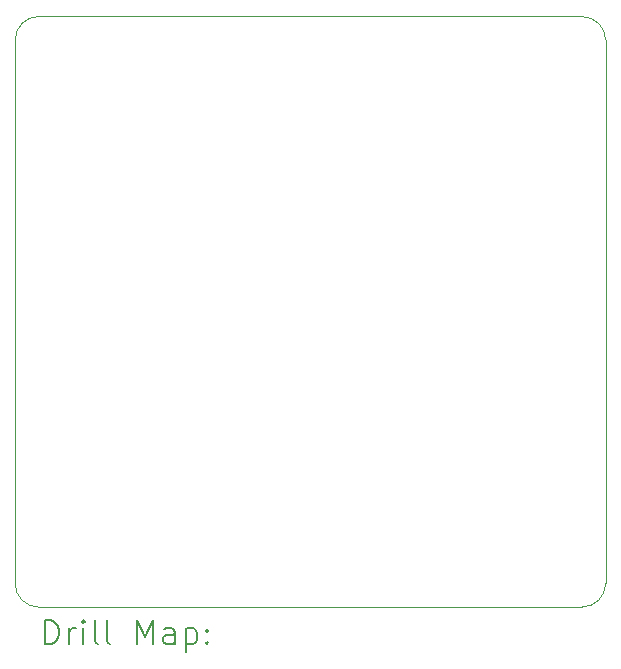
<source format=gbr>
%FSLAX45Y45*%
G04 Gerber Fmt 4.5, Leading zero omitted, Abs format (unit mm)*
G04 Created by KiCad (PCBNEW (6.0.0-0)) date 2022-07-24 14:36:45*
%MOMM*%
%LPD*%
G01*
G04 APERTURE LIST*
%TA.AperFunction,Profile*%
%ADD10C,0.050000*%
%TD*%
%ADD11C,0.200000*%
G04 APERTURE END LIST*
D10*
X-5000000Y-4800000D02*
G75*
G03*
X-4800000Y-5000000I200000J0D01*
G01*
X-200000Y-5000000D02*
G75*
G03*
X0Y-4800000I0J200000D01*
G01*
X-4800000Y0D02*
G75*
G03*
X-5000000Y-200000I0J-200000D01*
G01*
X0Y-200000D02*
G75*
G03*
X-200000Y0I-200000J0D01*
G01*
X-4800000Y-5000000D02*
X-200000Y-5000000D01*
X0Y-4800000D02*
X0Y-200000D01*
X-200000Y0D02*
X-4800000Y0D01*
X-5000000Y-200000D02*
X-5000000Y-4800000D01*
D11*
X-4744881Y-5312976D02*
X-4744881Y-5112976D01*
X-4697262Y-5112976D01*
X-4668690Y-5122500D01*
X-4649643Y-5141548D01*
X-4640119Y-5160595D01*
X-4630595Y-5198690D01*
X-4630595Y-5227262D01*
X-4640119Y-5265357D01*
X-4649643Y-5284405D01*
X-4668690Y-5303452D01*
X-4697262Y-5312976D01*
X-4744881Y-5312976D01*
X-4544881Y-5312976D02*
X-4544881Y-5179643D01*
X-4544881Y-5217738D02*
X-4535357Y-5198690D01*
X-4525833Y-5189167D01*
X-4506786Y-5179643D01*
X-4487738Y-5179643D01*
X-4421071Y-5312976D02*
X-4421071Y-5179643D01*
X-4421071Y-5112976D02*
X-4430595Y-5122500D01*
X-4421071Y-5132024D01*
X-4411548Y-5122500D01*
X-4421071Y-5112976D01*
X-4421071Y-5132024D01*
X-4297262Y-5312976D02*
X-4316310Y-5303452D01*
X-4325833Y-5284405D01*
X-4325833Y-5112976D01*
X-4192500Y-5312976D02*
X-4211548Y-5303452D01*
X-4221071Y-5284405D01*
X-4221071Y-5112976D01*
X-3963928Y-5312976D02*
X-3963928Y-5112976D01*
X-3897262Y-5255833D01*
X-3830595Y-5112976D01*
X-3830595Y-5312976D01*
X-3649643Y-5312976D02*
X-3649643Y-5208214D01*
X-3659167Y-5189167D01*
X-3678214Y-5179643D01*
X-3716309Y-5179643D01*
X-3735357Y-5189167D01*
X-3649643Y-5303452D02*
X-3668690Y-5312976D01*
X-3716309Y-5312976D01*
X-3735357Y-5303452D01*
X-3744881Y-5284405D01*
X-3744881Y-5265357D01*
X-3735357Y-5246310D01*
X-3716309Y-5236786D01*
X-3668690Y-5236786D01*
X-3649643Y-5227262D01*
X-3554405Y-5179643D02*
X-3554405Y-5379643D01*
X-3554405Y-5189167D02*
X-3535357Y-5179643D01*
X-3497262Y-5179643D01*
X-3478214Y-5189167D01*
X-3468690Y-5198690D01*
X-3459167Y-5217738D01*
X-3459167Y-5274881D01*
X-3468690Y-5293929D01*
X-3478214Y-5303452D01*
X-3497262Y-5312976D01*
X-3535357Y-5312976D01*
X-3554405Y-5303452D01*
X-3373452Y-5293929D02*
X-3363928Y-5303452D01*
X-3373452Y-5312976D01*
X-3382976Y-5303452D01*
X-3373452Y-5293929D01*
X-3373452Y-5312976D01*
X-3373452Y-5189167D02*
X-3363928Y-5198690D01*
X-3373452Y-5208214D01*
X-3382976Y-5198690D01*
X-3373452Y-5189167D01*
X-3373452Y-5208214D01*
M02*

</source>
